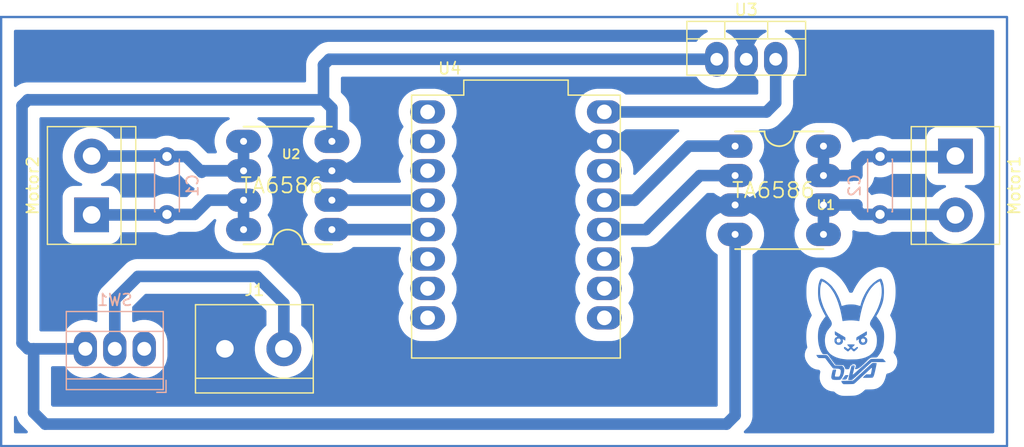
<source format=kicad_pcb>
(kicad_pcb (version 20241229) (generator "pcbnew") (generator_version "9.0")
  (layers (0 "F.Cu" signal) (2 "B.Cu" signal) (13 "F.Paste" user) (15 "B.Paste" user) (5 "F.SilkS" user "F.Silkscreen") (7 "B.SilkS" user "B.Silkscreen") (1 "F.Mask" user) (3 "B.Mask" user) (25 "Edge.Cuts" user))
  (net 0 "")
  (net 1 "Net-(Motor1-Pin_1)")
  (net 2 "Net-(Motor1-Pin_2)")
  (net 3 "Net-(Motor2-Pin_2)")
  (net 4 "Net-(Motor2-Pin_1)")
  (net 5 "VCC")
  (net 6 "GND")
  (net 7 "FI_1")
  (net 8 "BI_1")
  (net 9 "FI_2")
  (net 10 "BI_2")
  (net 11 "+5V")
  (net 13 "Net-(J1-Pin_2)")
  (footprint "ESP32-C3_SUPERMINI_TH (1):MODULE_ESP32-C3_SUPERMINI" (layer "F.Cu") (at 155.6 64.9464)
    (property "Reference" "U4")
    (property "Value" "ESP32-C3_SUPERMINI_TH")
  )
  (footprint "dva:papu" (layer "F.Cu") (at 184.5 74)
    (property "Reference" "G***" (hide yes))
    (property "Value" "LOGO" (hide yes))
  )
  (footprint "TerminalBlock:TerminalBlock_bornier-2_P5.08mm" (layer "F.Cu") (at 193.5 58.8564 -90)
    (property "Reference" "Motor1")
    (property "Value" "Screw_Terminal_01x02")
  )
  (footprint "TA6586 (2):TA6586-FOOTPRINT" (layer "F.Cu") (at 187.2 64.35)
    (property "Reference" "U1")
    (property "Value" "TA6586" (hide yes))
  )
  (footprint "TerminalBlock:TerminalBlock_bornier-2_P5.08mm" (layer "F.Cu") (at 119 63.9364 90)
    (property "Reference" "Motor2")
    (property "Value" "Screw_Terminal_01x02")
  )
  (footprint "TerminalBlock:TerminalBlock_bornier-2_P5.08mm" (layer "F.Cu") (at 130.5 75.5)
    (property "Reference" "J1")
    (property "Value" "Screw_Terminal_01x02")
  )
  (footprint "TA6586 (2):TA6586-FOOTPRINT" (layer "F.Cu") (at 127.025 58.8564 180)
    (property "Reference" "U2")
    (property "Value" "TA6586" (hide yes))
  )
  (footprint "Package_TO_SOT_THT:TO-220-3_Vertical" (layer "F.Cu") (at 172.92 50.5)
    (property "Reference" "U3")
    (property "Value" "LM7805_TO220")
  )
  (footprint "TerminalBlock:TerminalBlock_Xinya_XY308-2.54-3P_1x03_P2.54mm_Horizontal" (layer "B.Cu") (at 123.54 75.5 180)
    (property "Reference" "SW1")
    (property "Value" "SW_Nidec_CAS-120A1")
  )
  (footprint "Capacitor_THT:C_Disc_D4.3mm_W1.9mm_P5.00mm" (layer "B.Cu") (at 187 58.8964 -90)
    (property "Reference" "C2")
    (property "Value" "C_Small")
  )
  (footprint "Capacitor_THT:C_Disc_D4.3mm_W1.9mm_P5.00mm" (layer "B.Cu") (at 125.5 63.8964 90)
    (property "Reference" "C1")
    (property "Value" "C_Small")
  )
  (gr_rect (start 111.2 46.85) (end 197.95 83.9) (stroke (width 0.2)) (fill no) (layer "B.Cu") (net 13))
  (segment (start 185 60.5) (end 185 59.5) (width 1) (layer "B.Cu") (net 1))
  (segment (start 184.46 60.54) (end 184.5 60.5) (width 1) (layer "B.Cu") (net 1))
  (segment (start 193.46 58.8964) (end 193.5 58.8564) (width 1) (layer "B.Cu") (net 1))
  (segment (start 182.12 58) (end 182.12 60.54) (width 1) (layer "B.Cu") (net 1))
  (segment (start 185.6036 58.8964) (end 187 58.8964) (width 1) (layer "B.Cu") (net 1))
  (segment (start 187 58.8964) (end 193.46 58.8964) (width 1) (layer "B.Cu") (net 1))
  (segment (start 182.12 60.54) (end 184.46 60.54) (width 1) (layer "B.Cu") (net 1))
  (segment (start 184.5 60.5) (end 185 60.5) (width 1) (layer "B.Cu") (net 1))
  (segment (start 185 59.5) (end 185.6036 58.8964) (width 1) (layer "B.Cu") (net 1))
  (segment (start 182.12 65.62) (end 182.12 63.08) (width 1) (layer "B.Cu") (net 2))
  (segment (start 182.12 63.08) (end 185 63.08) (width 1) (layer "B.Cu") (net 2))
  (segment (start 187 63.8964) (end 193.46 63.8964) (width 1) (layer "B.Cu") (net 2))
  (segment (start 185.3964 63.8964) (end 187 63.8964) (width 1) (layer "B.Cu") (net 2))
  (segment (start 185 63.08) (end 185 63.5) (width 1) (layer "B.Cu") (net 2))
  (segment (start 185 63.5) (end 185.3964 63.8964) (width 1) (layer "B.Cu") (net 2))
  (segment (start 193.46 63.8964) (end 193.5 63.9364) (width 1) (layer "B.Cu") (net 2))
  (segment (start 132.105 57.5864) (end 132.105 60.1264) (width 1) (layer "B.Cu") (net 3))
  (segment (start 128.6236 60.1264) (end 132.105 60.1264) (width 1) (layer "B.Cu") (net 3))
  (segment (start 127.1464 58.8964) (end 128.5 60.25) (width 1) (layer "B.Cu") (net 3))
  (segment (start 128.5 60.25) (end 128.6236 60.1264) (width 1) (layer "B.Cu") (net 3))
  (segment (start 125.46 58.8564) (end 125.5 58.8964) (width 1) (layer "B.Cu") (net 3))
  (segment (start 119 58.8564) (end 125.46 58.8564) (width 1) (layer "B.Cu") (net 3))
  (segment (start 125.5 58.8964) (end 127.1464 58.8964) (width 1) (layer "B.Cu") (net 3))
  (segment (start 125.5 63.8964) (end 127.8536 63.8964) (width 1) (layer "B.Cu") (net 4))
  (segment (start 129.0836 62.6664) (end 132.105 62.6664) (width 1) (layer "B.Cu") (net 4))
  (segment (start 127.8536 63.8964) (end 129.0836 62.6664) (width 1) (layer "B.Cu") (net 4))
  (segment (start 119 63.9364) (end 125.46 63.9364) (width 1) (layer "B.Cu") (net 4))
  (segment (start 125.46 63.9364) (end 125.5 63.8964) (width 1) (layer "B.Cu") (net 4))
  (segment (start 132.105 65.2064) (end 132.105 62.6664) (width 1) (layer "B.Cu") (net 4))
  (segment (start 139.725 54.725) (end 139.725 57.5864) (width 1) (layer "B.Cu") (net 5))
  (segment (start 114 75.5) (end 113.5 75.5) (width 1) (layer "B.Cu") (net 5))
  (segment (start 114 75.5) (end 114 81) (width 1) (layer "B.Cu") (net 5))
  (segment (start 139 54) (end 139.725 54.725) (width 1) (layer "B.Cu") (net 5))
  (segment (start 114 81) (end 115 82) (width 1) (layer "B.Cu") (net 5))
  (segment (start 139 54) (end 139 51) (width 1) (layer "B.Cu") (net 5))
  (segment (start 113 75) (end 113 54.5) (width 1) (layer "B.Cu") (net 5))
  (segment (start 113 54.5) (end 113.5 54) (width 1) (layer "B.Cu") (net 5))
  (segment (start 113.5 54) (end 139 54) (width 1) (layer "B.Cu") (net 5))
  (segment (start 115 82) (end 173.75 82) (width 1) (layer "B.Cu") (net 5))
  (segment (start 139.5 50.5) (end 172.92 50.5) (width 1) (layer "B.Cu") (net 5))
  (segment (start 118.46 75.5) (end 114 75.5) (width 1) (layer "B.Cu") (net 5))
  (segment (start 113.5 75.5) (end 113 75) (width 1) (layer "B.Cu") (net 5))
  (segment (start 174.5 81.25) (end 174.5 65.62) (width 1) (layer "B.Cu") (net 5))
  (segment (start 139 51) (end 139.5 50.5) (width 1) (layer "B.Cu") (net 5))
  (segment (start 173.75 82) (end 174.5 81.25) (width 1) (layer "B.Cu") (net 5))
  (segment (start 174.5 60.54) (end 171.46 60.54) (width 1) (layer "B.Cu") (net 7))
  (segment (start 171.46 60.54) (end 166.7936 65.2064) (width 1) (layer "B.Cu") (net 7))
  (segment (start 166.7936 65.2064) (end 163.22 65.2064) (width 1) (layer "B.Cu") (net 7))
  (segment (start 165.8336 62.6664) (end 163.22 62.6664) (width 1) (layer "B.Cu") (net 8))
  (segment (start 170.5 58) (end 165.8336 62.6664) (width 1) (layer "B.Cu") (net 8))
  (segment (start 174.5 58) (end 170.5 58) (width 1) (layer "B.Cu") (net 8))
  (segment (start 139.725 62.6664) (end 147.98 62.6664) (width 1) (layer "B.Cu") (net 9))
  (segment (start 139.725 65.2064) (end 147.98 65.2064) (width 1) (layer "B.Cu") (net 10))
  (segment (start 178 54.25) (end 177.2036 55.0464) (width 1) (layer "B.Cu") (net 11))
  (segment (start 177.2036 55.0464) (end 163.22 55.0464) (width 1) (layer "B.Cu") (net 11))
  (segment (start 178 50.5) (end 178 54.25) (width 1) (layer "B.Cu") (net 11))
  (segment (start 121 71.25) (end 121 75.5) (width 1) (layer "B.Cu") (net 13))
  (segment (start 135.58 75.5) (end 135.58 71.58) (width 1) (layer "B.Cu") (net 13))
  (segment (start 135.58 71.58) (end 133.25 69.25) (width 1) (layer "B.Cu") (net 13))
  (segment (start 133.25 69.25) (end 123 69.25) (width 1) (layer "B.Cu") (net 13))
  (segment (start 123 69.25) (end 121 71.25) (width 1) (layer "B.Cu") (net 13))
  (zone (net 6) (net_name "GND") (layer "B.Cu") (connect_pads yes (clearance 1)) (min_thickness 0.25) (fill yes (thermal_gap 0.5) (thermal_bridge_width 0.5) (island_removal_mode 1) (island_area_min 10))
    (polygon (pts (xy 111.2 46.85) (xy 197.95 46.85) (xy 197.95 83.9) (xy 111.2 83.9)))
  )
)
</source>
